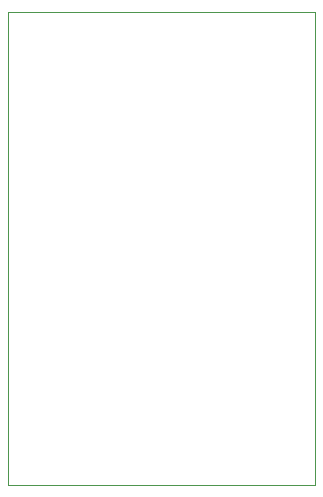
<source format=gbr>
%TF.GenerationSoftware,KiCad,Pcbnew,8.0.0*%
%TF.CreationDate,2024-03-24T11:45:01-04:00*%
%TF.ProjectId,sensor,73656e73-6f72-42e6-9b69-6361645f7063,rev?*%
%TF.SameCoordinates,Original*%
%TF.FileFunction,Profile,NP*%
%FSLAX46Y46*%
G04 Gerber Fmt 4.6, Leading zero omitted, Abs format (unit mm)*
G04 Created by KiCad (PCBNEW 8.0.0) date 2024-03-24 11:45:01*
%MOMM*%
%LPD*%
G01*
G04 APERTURE LIST*
%TA.AperFunction,Profile*%
%ADD10C,0.100000*%
%TD*%
G04 APERTURE END LIST*
D10*
X78100000Y-50000000D02*
X104100000Y-50000000D01*
X104100000Y-90000000D01*
X78100000Y-90000000D01*
X78100000Y-50000000D01*
M02*

</source>
